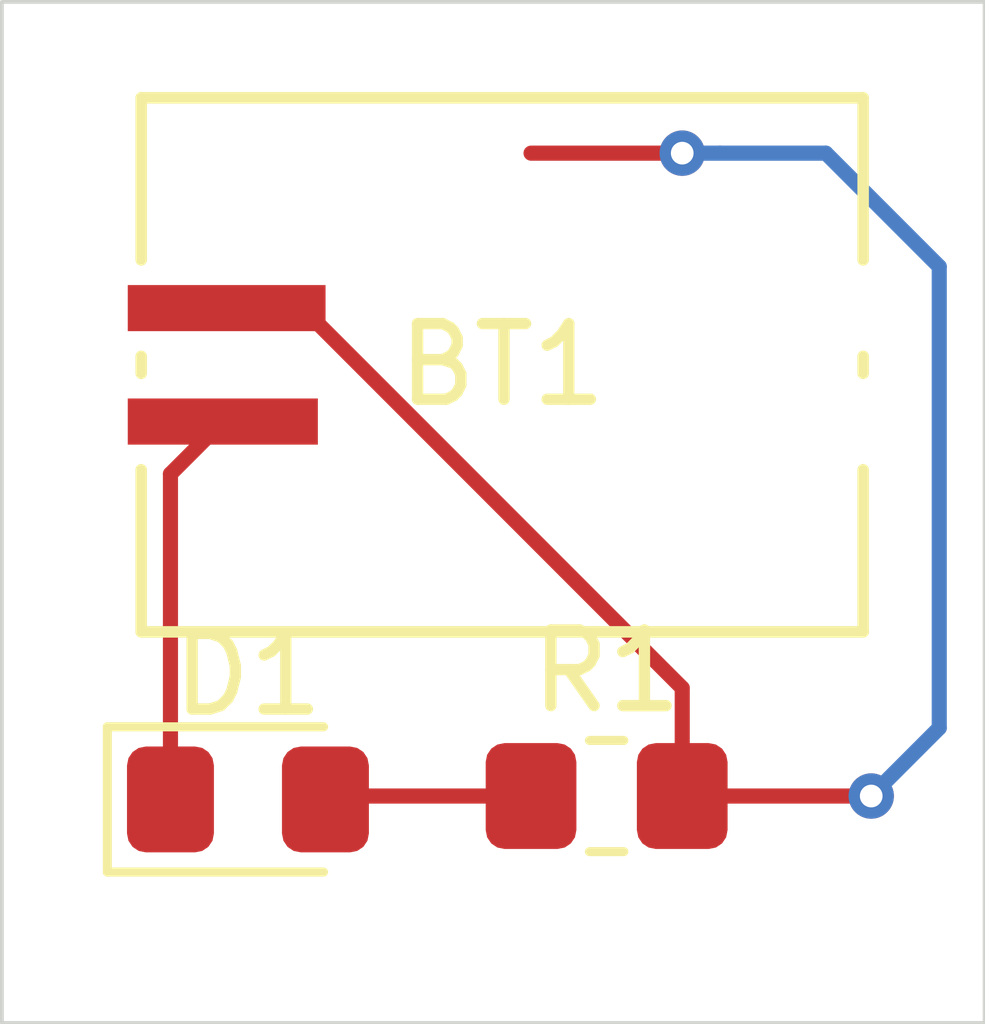
<source format=kicad_pcb>
(kicad_pcb (version 20240108) (generator "pcbnew") (generator_version "8.0")
  (title_block (title "FirstPCB"))
  (layers (0 "F.Cu" signal) (31 "B.Cu" signal) (34 "B.Paste" user) (35 "F.Paste" user) (36 "B.SilkS" user "B.Silkscreen") (37 "F.SilkS" user "F.Silkscreen") (38 "B.Mask" user) (39 "F.Mask" user) (44 "Edge.Cuts" user))
  (net 0 "")
  (net 1 "Net-(BT1-+)")
  (net 2 "Net-(BT1--)")
  (net 3 "Net-(D1-A)")
  (footprint "FS_3_Global_Footprint_Library:MS621FE-FL11E_SEC" (layer "F.Cu") (at 148.1182 93.7988)
    (property "Reference" "BT1" (at 0 0 0) (layer "F.SilkS"))
    (property "Value" "Battery_Cell")
    (fp_line (start -4.7752 -3.5306) (end -4.7752 -1.387541) (stroke (width 0.1524)) (layer "F.SilkS"))
    (fp_line (start -4.7752 -0.112461) (end -4.7752 0.112461) (stroke (width 0.1524)) (layer "F.SilkS"))
    (fp_line (start -4.7752 1.387541) (end -4.7752 3.5306) (stroke (width 0.1524)) (layer "F.SilkS"))
    (fp_line (start -4.7752 3.5306) (end 4.7752 3.5306) (stroke (width 0.1524)) (layer "F.SilkS"))
    (fp_line (start 4.7752 -3.5306) (end -4.7752 -3.5306) (stroke (width 0.1524)) (layer "F.SilkS"))
    (fp_line (start 4.7752 -1.387541) (end 4.7752 -3.5306) (stroke (width 0.1524)) (layer "F.SilkS"))
    (fp_line (start 4.7752 0.112461) (end 4.7752 -0.112461) (stroke (width 0.1524)) (layer "F.SilkS"))
    (fp_line (start 4.7752 3.5306) (end 4.7752 1.387541) (stroke (width 0.1524)) (layer "F.SilkS"))
    (pad "1" smd rect (at -3.6449 -0.750001) (size 2.6162 0.6096) (layers "F.Cu" "F.Paste" "F.Mask") (net 1 "Net-(BT1-+)"))
    (pad "2" smd rect (at -3.6957 0.750001) (size 2.5146 0.6096) (layers "F.Cu" "F.Paste" "F.Mask") (net 2 "Net-(BT1--)"))
  )
  (footprint "Resistor_SMD:R_0805_2012Metric_Pad1.20x1.40mm_HandSolder" (layer "F.Cu") (at 149.5 99.5)
    (property "Reference" "R1" (at 0 -1.65 0) (layer "F.SilkS"))
    (property "Value" "R")
    (fp_line (start -0.227064 -0.735) (end 0.227064 -0.735) (stroke (width 0.12)) (layer "F.SilkS"))
    (fp_line (start -0.227064 0.735) (end 0.227064 0.735) (stroke (width 0.12)) (layer "F.SilkS"))
    (pad "1" smd roundrect (at -1 0) (size 1.2 1.4) (layers "F.Cu" "F.Paste" "F.Mask") (roundrect_rratio 0.208333) (net 3 "Net-(D1-A)"))
    (pad "2" smd roundrect (at 1 0) (size 1.2 1.4) (layers "F.Cu" "F.Paste" "F.Mask") (roundrect_rratio 0.208333) (net 1 "Net-(BT1-+)"))
  )
  (footprint "Diode_SMD:D_0805_2012Metric_Pad1.15x1.40mm_HandSolder" (layer "F.Cu") (at 144.755 99.545)
    (property "Reference" "D1" (at 0 -1.65 0) (layer "F.SilkS"))
    (property "Value" "LED")
    (fp_line (start -1.86 -0.96) (end -1.86 0.96) (stroke (width 0.12)) (layer "F.SilkS"))
    (fp_line (start -1.86 0.96) (end 1 0.96) (stroke (width 0.12)) (layer "F.SilkS"))
    (fp_line (start 1 -0.96) (end -1.86 -0.96) (stroke (width 0.12)) (layer "F.SilkS"))
    (pad "1" smd roundrect (at -1.025 0) (size 1.15 1.4) (layers "F.Cu" "F.Paste" "F.Mask") (roundrect_rratio 0.217391) (net 2 "Net-(BT1--)"))
    (pad "2" smd roundrect (at 1.025 0) (size 1.15 1.4) (layers "F.Cu" "F.Paste" "F.Mask") (roundrect_rratio 0.217391) (net 3 "Net-(D1-A)"))
  )
  (gr_rect (start 141.5 89) (end 154.5 102.5) (stroke (width 0.05)) (fill none) (layer "Edge.Cuts"))
  (segment (start 150.5 99.5) (end 153 99.5) (width 0.2) (layer "F.Cu") (net 1))
  (segment (start 144.4733 93.048799) (end 145.4766 93.048799) (width 0.2) (layer "F.Cu") (net 1))
  (segment (start 145.4766 93.048799) (end 150.5 98.072199) (width 0.2) (layer "F.Cu") (net 1))
  (segment (start 150.5 91) (end 148.5 91) (width 0.2) (layer "F.Cu") (net 1))
  (segment (start 150.5 98.072199) (end 150.5 99.5) (width 0.2) (layer "F.Cu") (net 1))
  (via (at 153 99.5) (size 0.6) (drill 0.3) (layers "F.Cu" "B.Cu") (net 1))
  (via (at 150.5 91) (size 0.6) (drill 0.3) (layers "F.Cu" "B.Cu") (net 1))
  (segment (start 152.4 91) (end 151 91) (width 0.2) (layer "B.Cu") (net 1))
  (segment (start 153 99.5) (end 153.9 98.6) (width 0.2) (layer "B.Cu") (net 1))
  (segment (start 153.9 92.5) (end 152.4 91) (width 0.2) (layer "B.Cu") (net 1))
  (segment (start 153.9 98.6) (end 153.9 92.5) (width 0.2) (layer "B.Cu") (net 1))
  (segment (start 151 91) (end 150.5 91) (width 0.2) (layer "B.Cu") (net 1))
  (segment (start 143.73 95.241301) (end 144.4225 94.548801) (width 0.2) (layer "F.Cu") (net 2))
  (segment (start 143.73 99.545) (end 143.73 95.241301) (width 0.2) (layer "F.Cu") (net 2))
  (segment (start 148.5 99.5) (end 145.825 99.5) (width 0.2) (layer "F.Cu") (net 3))
  (segment (start 145.825 99.5) (end 145.78 99.545) (width 0.2) (layer "F.Cu") (net 3))
)
</source>
